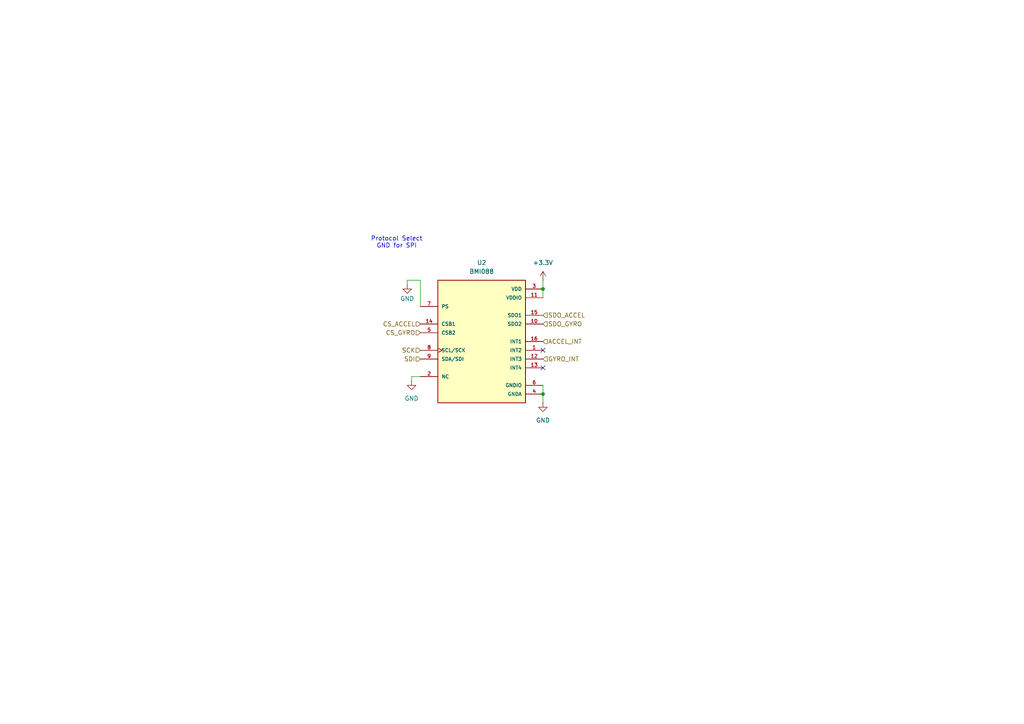
<source format=kicad_sch>
(kicad_sch (version 20231120) (generator "eeschema") (generator_version "8.0")
  (paper "A4")
  (lib_symbols
    (symbol "BMI088:BMI088" (pin_names (offset 1.016))
      (property "Reference" "U" (at -12.7 18.415 0))
      (property "Value" "BMI088" (at -12.7 -20.32 0))
      (symbol "BMI088_0_0"
        (rectangle (start -12.7 -17.78) (end 12.7 17.78) (stroke (width 0.254)) (fill (type background)))
        (pin bidirectional line (at 17.78 -2.54 180) (length 5.08) (name "INT2") (number "1"))
        (pin output line (at 17.78 5.08 180) (length 5.08) (name "SDO2") (number "10"))
        (pin power_in line (at 17.78 12.7 180) (length 5.08) (name "VDDIO") (number "11"))
        (pin bidirectional line (at 17.78 -5.08 180) (length 5.08) (name "INT3") (number "12"))
        (pin bidirectional line (at 17.78 -7.62 180) (length 5.08) (name "INT4") (number "13"))
        (pin input line (at -17.78 5.08 0) (length 5.08) (name "CSB1") (number "14"))
        (pin output line (at 17.78 7.62 180) (length 5.08) (name "SDO1") (number "15"))
        (pin bidirectional line (at 17.78 0 180) (length 5.08) (name "INT1") (number "16"))
        (pin passive line (at -17.78 -10.16 0) (length 5.08) (name "NC") (number "2"))
        (pin power_in line (at 17.78 15.24 180) (length 5.08) (name "VDD") (number "3"))
        (pin power_in line (at 17.78 -15.24 180) (length 5.08) (name "GNDA") (number "4"))
        (pin input line (at -17.78 2.54 0) (length 5.08) (name "CSB2") (number "5"))
        (pin power_in line (at 17.78 -12.7 180) (length 5.08) (name "GNDIO") (number "6"))
        (pin input line (at -17.78 10.16 0) (length 5.08) (name "PS") (number "7"))
        (pin input clock (at -17.78 -2.54 0) (length 5.08) (name "SCL/SCK") (number "8"))
        (pin bidirectional line (at -17.78 -5.08 0) (length 5.08) (name "SDA/SDI") (number "9"))
      )
    )
    (symbol "power:+3.3V" (power) (pin_numbers hide) (pin_names (offset 0) hide)
      (property "Value" "+3.3V" (at 0 3.556 0))
      (symbol "+3.3V_0_1"
        (polyline (pts (xy -0.762 1.27) (xy 0 2.54)))
        (polyline (pts (xy 0 0) (xy 0 2.54)))
        (polyline (pts (xy 0 2.54) (xy 0.762 1.27)))
      )
      (symbol "+3.3V_1_1"
        (pin power_in line (at 0 0 90) (length 0) (name "~") (number "1"))
      )
    )
    (symbol "power:GND" (power) (pin_numbers hide) (pin_names (offset 0) hide)
      (property "Value" "GND" (at 0 -3.81 0))
      (symbol "GND_0_1"
        (polyline (pts (xy 0 0) (xy 0 -1.27) (xy 1.27 -1.27) (xy 0 -2.54) (xy -1.27 -1.27) (xy 0 -1.27)))
      )
      (symbol "GND_1_1"
        (pin power_in line (at 0 0 270) (length 0) (name "~") (number "1"))
      )
    )
  )
  (junction (at 157.48 83.82))
  (junction (at 157.48 114.3))
  (no_connect (at 157.48 106.68))
  (no_connect (at 157.48 101.6))
  (wire (pts (xy 118.11 81.28) (xy 121.92 81.28)))
  (wire (pts (xy 118.11 81.28) (xy 118.11 82.55)))
  (wire (pts (xy 119.38 110.49) (xy 119.38 109.22)))
  (wire (pts (xy 121.92 81.28) (xy 121.92 88.9)))
  (wire (pts (xy 157.48 83.82) (xy 157.48 86.36)))
  (wire (pts (xy 119.38 109.22) (xy 121.92 109.22)))
  (wire (pts (xy 157.48 111.76) (xy 157.48 114.3)))
  (wire (pts (xy 157.48 81.28) (xy 157.48 83.82)))
  (wire (pts (xy 157.48 114.3) (xy 157.48 116.84)))
  (text "Protocol Select\nGND for SPI" (at 115.062 70.358 0) (effects (font (size 1.27 1.27))))
  (hierarchical_label "SDI" (shape input) (at 121.92 104.14 180))
  (hierarchical_label "SDO_ACCEL" (shape input) (at 157.48 91.44 0))
  (hierarchical_label "CS_ACCEL" (shape input) (at 121.92 93.98 180))
  (hierarchical_label "GYRO_INT" (shape input) (at 157.48 104.14 0))
  (hierarchical_label "SDO_GYRO" (shape input) (at 157.48 93.98 0))
  (hierarchical_label "CS_GYRO" (shape input) (at 121.92 96.52 180))
  (hierarchical_label "ACCEL_INT" (shape input) (at 157.48 99.06 0))
  (hierarchical_label "SCK" (shape input) (at 121.92 101.6 180))
  (symbol (lib_id "BMI088:BMI088") (at 139.7 99.06 0) (unit 1)
    (property "Reference" "U2" (at 139.7 76.2 0))
    (property "Value" "BMI088" (at 139.7 78.74 0))
    (property "Footprint" "footprint:PQFN50P450X300X100-16N" (effects (hide yes)))
    (property "DigiKey_Part_Number" "828-1082-1-ND" (effects (hide yes)))
    (property "MF" "Bosch Sensortec" (effects (hide yes)))
    (property "PURCHASE-URL" "https://pricing.snapeda.com/search/part/BMI088/?ref=eda" (effects (hide yes)))
    (property "PACKAGE" "VFLGA-16 Bosch Sensortec" (effects (hide yes)))
    (property "PRICE" "None" (effects (hide yes)))
    (property "Package" "VFLGA-16 Bosch Sensortec" (effects (hide yes)))
    (property "Check_prices" "https://www.snapeda.com/parts/BMI088/Bosch/view-part/?ref=eda" (effects (hide yes)))
    (property "SnapEDA_Link" "https://www.snapeda.com/parts/BMI088/Bosch/view-part/?ref=snap" (effects (hide yes)))
    (property "MP" "BMI088" (effects (hide yes)))
    (property "Description_1" "\n                        \n                            Accelerometer, Gyroscope, 6 Axis Sensor I2C, SPI Output\n                        \n" (effects (hide yes)))
    (property "AVAILABILITY" "In Stock" (effects (hide yes)))
    (property "DESCRIPTION" "Accelerometer, Gyroscope, 6 Axis Sensor I²C, SPI Output" (effects (hide yes)))
  )
  (symbol (lib_id "power:+3.3V") (at 157.48 81.28 0) (unit 1)
    (property "Reference" "#PWR03" (effects (hide yes)))
    (property "Value" "+3.3V" (at 157.48 76.2 0))
    (property "Description" "Power symbol creates a global label with name \"+3.3V\"" (effects (hide yes)))
  )
  (symbol (lib_id "power:GND") (at 118.11 82.55 0) (unit 1)
    (property "Reference" "#PWR05" (effects (hide yes)))
    (property "Value" "GND" (at 118.11 86.614 0))
    (property "Description" "Power symbol creates a global label with name \"GND\" , ground" (effects (hide yes)))
  )
  (symbol (lib_id "power:GND") (at 119.38 110.49 0) (unit 1)
    (property "Reference" "#PWR06" (effects (hide yes)))
    (property "Value" "GND" (at 119.38 115.57 0))
    (property "Description" "Power symbol creates a global label with name \"GND\" , ground" (effects (hide yes)))
  )
  (symbol (lib_id "power:GND") (at 157.48 116.84 0) (unit 1)
    (property "Reference" "#PWR04" (effects (hide yes)))
    (property "Value" "GND" (at 157.48 121.92 0))
    (property "Description" "Power symbol creates a global label with name \"GND\" , ground" (effects (hide yes)))
  )
)
</source>
